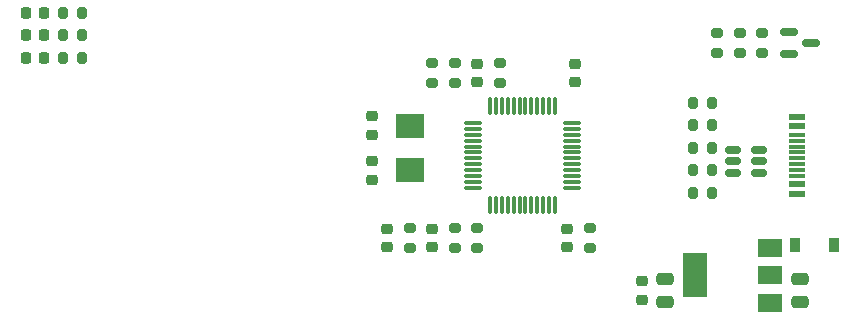
<source format=gbr>
%TF.GenerationSoftware,KiCad,Pcbnew,6.0.7+dfsg-1+b1*%
%TF.CreationDate,2022-09-18T14:30:12+08:00*%
%TF.ProjectId,prgstl,70726773-746c-42e6-9b69-6361645f7063,a*%
%TF.SameCoordinates,PX6b302f8PY7aeef28*%
%TF.FileFunction,Paste,Top*%
%TF.FilePolarity,Positive*%
%FSLAX46Y46*%
G04 Gerber Fmt 4.6, Leading zero omitted, Abs format (unit mm)*
G04 Created by KiCad (PCBNEW 6.0.7+dfsg-1+b1) date 2022-09-18 14:30:12*
%MOMM*%
%LPD*%
G01*
G04 APERTURE LIST*
G04 Aperture macros list*
%AMRoundRect*
0 Rectangle with rounded corners*
0 $1 Rounding radius*
0 $2 $3 $4 $5 $6 $7 $8 $9 X,Y pos of 4 corners*
0 Add a 4 corners polygon primitive as box body*
4,1,4,$2,$3,$4,$5,$6,$7,$8,$9,$2,$3,0*
0 Add four circle primitives for the rounded corners*
1,1,$1+$1,$2,$3*
1,1,$1+$1,$4,$5*
1,1,$1+$1,$6,$7*
1,1,$1+$1,$8,$9*
0 Add four rect primitives between the rounded corners*
20,1,$1+$1,$2,$3,$4,$5,0*
20,1,$1+$1,$4,$5,$6,$7,0*
20,1,$1+$1,$6,$7,$8,$9,0*
20,1,$1+$1,$8,$9,$2,$3,0*%
G04 Aperture macros list end*
%ADD10R,0.900000X1.200000*%
%ADD11R,1.450000X0.600000*%
%ADD12R,1.450000X0.300000*%
%ADD13RoundRect,0.225000X0.250000X-0.225000X0.250000X0.225000X-0.250000X0.225000X-0.250000X-0.225000X0*%
%ADD14RoundRect,0.225000X-0.250000X0.225000X-0.250000X-0.225000X0.250000X-0.225000X0.250000X0.225000X0*%
%ADD15R,2.000000X1.500000*%
%ADD16R,2.000000X3.800000*%
%ADD17RoundRect,0.250000X-0.475000X0.250000X-0.475000X-0.250000X0.475000X-0.250000X0.475000X0.250000X0*%
%ADD18RoundRect,0.218750X0.218750X0.256250X-0.218750X0.256250X-0.218750X-0.256250X0.218750X-0.256250X0*%
%ADD19RoundRect,0.200000X-0.200000X-0.275000X0.200000X-0.275000X0.200000X0.275000X-0.200000X0.275000X0*%
%ADD20RoundRect,0.150000X-0.587500X-0.150000X0.587500X-0.150000X0.587500X0.150000X-0.587500X0.150000X0*%
%ADD21RoundRect,0.200000X-0.275000X0.200000X-0.275000X-0.200000X0.275000X-0.200000X0.275000X0.200000X0*%
%ADD22RoundRect,0.200000X0.200000X0.275000X-0.200000X0.275000X-0.200000X-0.275000X0.200000X-0.275000X0*%
%ADD23R,2.400000X2.000000*%
%ADD24RoundRect,0.075000X-0.662500X-0.075000X0.662500X-0.075000X0.662500X0.075000X-0.662500X0.075000X0*%
%ADD25RoundRect,0.075000X-0.075000X-0.662500X0.075000X-0.662500X0.075000X0.662500X-0.075000X0.662500X0*%
%ADD26RoundRect,0.200000X0.275000X-0.200000X0.275000X0.200000X-0.275000X0.200000X-0.275000X-0.200000X0*%
%ADD27RoundRect,0.150000X0.512500X0.150000X-0.512500X0.150000X-0.512500X-0.150000X0.512500X-0.150000X0*%
G04 APERTURE END LIST*
D10*
%TO.C,D1*%
X70105000Y19685000D03*
X73405000Y19685000D03*
%TD*%
D11*
%TO.C,J1*%
X70250000Y24055000D03*
X70250000Y24855000D03*
D12*
X70250000Y26055000D03*
X70250000Y27055000D03*
X70250000Y27555000D03*
X70250000Y28555000D03*
D11*
X70250000Y29755000D03*
X70250000Y30555000D03*
X70250000Y30555000D03*
X70250000Y29755000D03*
D12*
X70250000Y29055000D03*
X70250000Y28055000D03*
X70250000Y26555000D03*
X70250000Y25555000D03*
D11*
X70250000Y24855000D03*
X70250000Y24055000D03*
%TD*%
D13*
%TO.C,C3*%
X43180000Y33515000D03*
X43180000Y35065000D03*
%TD*%
%TO.C,C4*%
X51435000Y33515000D03*
X51435000Y35065000D03*
%TD*%
D14*
%TO.C,C5*%
X39370000Y21095000D03*
X39370000Y19545000D03*
%TD*%
%TO.C,C7*%
X50800000Y21095000D03*
X50800000Y19545000D03*
%TD*%
D15*
%TO.C,U1*%
X67920000Y14845000D03*
X67920000Y17145000D03*
D16*
X61620000Y17145000D03*
D15*
X67920000Y19445000D03*
%TD*%
D17*
%TO.C,C1*%
X70485000Y16825000D03*
X70485000Y14925000D03*
%TD*%
D18*
%TO.C,D2*%
X6502500Y39370000D03*
X4927500Y39370000D03*
%TD*%
D19*
%TO.C,R3*%
X8065000Y39370000D03*
X9715000Y39370000D03*
%TD*%
D13*
%TO.C,C9*%
X34290000Y29070000D03*
X34290000Y30620000D03*
%TD*%
D14*
%TO.C,C10*%
X34290000Y26810000D03*
X34290000Y25260000D03*
%TD*%
%TO.C,C2*%
X57150000Y16650000D03*
X57150000Y15100000D03*
%TD*%
D17*
%TO.C,C6*%
X59055000Y16825000D03*
X59055000Y14925000D03*
%TD*%
D18*
%TO.C,D4*%
X6502500Y37465000D03*
X4927500Y37465000D03*
%TD*%
D20*
%TO.C,Q1*%
X69547500Y37780000D03*
X69547500Y35880000D03*
X71422500Y36830000D03*
%TD*%
D21*
%TO.C,R16*%
X52705000Y21145000D03*
X52705000Y19495000D03*
%TD*%
D22*
%TO.C,R5*%
X9715000Y35560000D03*
X8065000Y35560000D03*
%TD*%
D19*
%TO.C,R6*%
X8065000Y37465000D03*
X9715000Y37465000D03*
%TD*%
D18*
%TO.C,D3*%
X6502500Y35560000D03*
X4927500Y35560000D03*
%TD*%
D21*
%TO.C,R15*%
X39370000Y35115000D03*
X39370000Y33465000D03*
%TD*%
D23*
%TO.C,Y1*%
X37465000Y29790000D03*
X37465000Y26090000D03*
%TD*%
D24*
%TO.C,U3*%
X42827500Y30055000D03*
X42827500Y29555000D03*
X42827500Y29055000D03*
X42827500Y28555000D03*
X42827500Y28055000D03*
X42827500Y27555000D03*
X42827500Y27055000D03*
X42827500Y26555000D03*
X42827500Y26055000D03*
X42827500Y25555000D03*
X42827500Y25055000D03*
X42827500Y24555000D03*
D25*
X44240000Y23142500D03*
X44740000Y23142500D03*
X45240000Y23142500D03*
X45740000Y23142500D03*
X46240000Y23142500D03*
X46740000Y23142500D03*
X47240000Y23142500D03*
X47740000Y23142500D03*
X48240000Y23142500D03*
X48740000Y23142500D03*
X49240000Y23142500D03*
X49740000Y23142500D03*
D24*
X51152500Y24555000D03*
X51152500Y25055000D03*
X51152500Y25555000D03*
X51152500Y26055000D03*
X51152500Y26555000D03*
X51152500Y27055000D03*
X51152500Y27555000D03*
X51152500Y28055000D03*
X51152500Y28555000D03*
X51152500Y29055000D03*
X51152500Y29555000D03*
X51152500Y30055000D03*
D25*
X49740000Y31467500D03*
X49240000Y31467500D03*
X48740000Y31467500D03*
X48240000Y31467500D03*
X47740000Y31467500D03*
X47240000Y31467500D03*
X46740000Y31467500D03*
X46240000Y31467500D03*
X45740000Y31467500D03*
X45240000Y31467500D03*
X44740000Y31467500D03*
X44240000Y31467500D03*
%TD*%
D14*
%TO.C,C8*%
X35560000Y21095000D03*
X35560000Y19545000D03*
%TD*%
D26*
%TO.C,R12*%
X37465000Y19495000D03*
X37465000Y21145000D03*
%TD*%
D21*
%TO.C,R7*%
X67310000Y37655000D03*
X67310000Y36005000D03*
%TD*%
D26*
%TO.C,R8*%
X65405000Y36005000D03*
X65405000Y37655000D03*
%TD*%
%TO.C,R13*%
X45085000Y33465000D03*
X45085000Y35115000D03*
%TD*%
D21*
%TO.C,R11*%
X63500000Y37655000D03*
X63500000Y36005000D03*
%TD*%
D26*
%TO.C,R14*%
X41275000Y33465000D03*
X41275000Y35115000D03*
%TD*%
%TO.C,R17*%
X41275000Y19495000D03*
X41275000Y21145000D03*
%TD*%
D21*
%TO.C,R18*%
X43180000Y21145000D03*
X43180000Y19495000D03*
%TD*%
D27*
%TO.C,U2*%
X67050500Y25847000D03*
X67050500Y26797000D03*
X67050500Y27747000D03*
X64775500Y27747000D03*
X64775500Y26797000D03*
X64775500Y25847000D03*
%TD*%
D19*
%TO.C,R1*%
X61405000Y24130000D03*
X63055000Y24130000D03*
%TD*%
%TO.C,R10*%
X61405000Y27940000D03*
X63055000Y27940000D03*
%TD*%
%TO.C,R9*%
X61405000Y26035000D03*
X63055000Y26035000D03*
%TD*%
%TO.C,R4*%
X61405000Y31750000D03*
X63055000Y31750000D03*
%TD*%
%TO.C,R2*%
X61405000Y29845000D03*
X63055000Y29845000D03*
%TD*%
M02*

</source>
